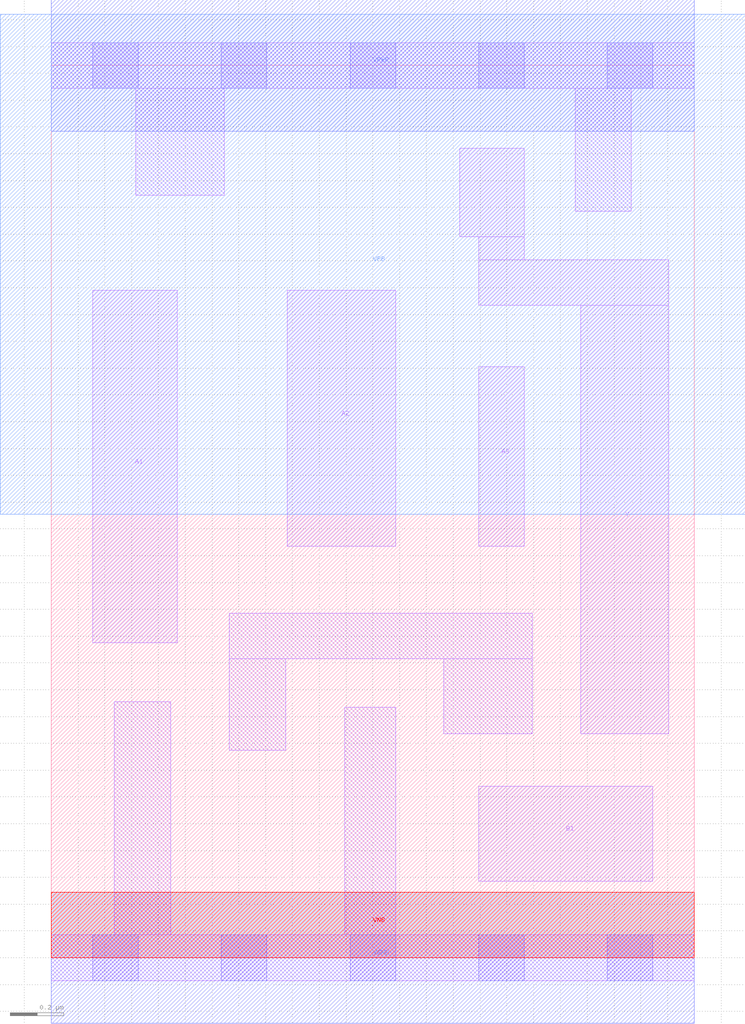
<source format=lef>
# Copyright 2020 The SkyWater PDK Authors
#
# Licensed under the Apache License, Version 2.0 (the "License");
# you may not use this file except in compliance with the License.
# You may obtain a copy of the License at
#
#     https://www.apache.org/licenses/LICENSE-2.0
#
# Unless required by applicable law or agreed to in writing, software
# distributed under the License is distributed on an "AS IS" BASIS,
# WITHOUT WARRANTIES OR CONDITIONS OF ANY KIND, either express or implied.
# See the License for the specific language governing permissions and
# limitations under the License.
#
# SPDX-License-Identifier: Apache-2.0

VERSION 5.7 ;
  NOWIREEXTENSIONATPIN ON ;
  DIVIDERCHAR "/" ;
  BUSBITCHARS "[]" ;
MACRO sky130_fd_sc_lp__o31ai_m
  CLASS CORE ;
  FOREIGN sky130_fd_sc_lp__o31ai_m ;
  ORIGIN  0.000000  0.000000 ;
  SIZE  2.400000 BY  3.330000 ;
  SYMMETRY X Y R90 ;
  SITE unit ;
  PIN A1
    ANTENNAGATEAREA  0.126000 ;
    DIRECTION INPUT ;
    USE SIGNAL ;
    PORT
      LAYER li1 ;
        RECT 0.155000 1.175000 0.470000 2.490000 ;
    END
  END A1
  PIN A2
    ANTENNAGATEAREA  0.126000 ;
    DIRECTION INPUT ;
    USE SIGNAL ;
    PORT
      LAYER li1 ;
        RECT 0.880000 1.535000 1.285000 2.490000 ;
    END
  END A2
  PIN A3
    ANTENNAGATEAREA  0.126000 ;
    DIRECTION INPUT ;
    USE SIGNAL ;
    PORT
      LAYER li1 ;
        RECT 1.595000 1.535000 1.765000 2.205000 ;
    END
  END A3
  PIN B1
    ANTENNAGATEAREA  0.126000 ;
    DIRECTION INPUT ;
    USE SIGNAL ;
    PORT
      LAYER li1 ;
        RECT 1.595000 0.285000 2.245000 0.640000 ;
    END
  END B1
  PIN Y
    ANTENNADIFFAREA  0.262500 ;
    DIRECTION OUTPUT ;
    USE SIGNAL ;
    PORT
      LAYER li1 ;
        RECT 1.525000 2.690000 1.765000 3.020000 ;
        RECT 1.595000 2.435000 2.305000 2.605000 ;
        RECT 1.595000 2.605000 1.765000 2.690000 ;
        RECT 1.975000 0.835000 2.305000 2.435000 ;
    END
  END Y
  PIN VGND
    DIRECTION INOUT ;
    USE GROUND ;
    PORT
      LAYER met1 ;
        RECT 0.000000 -0.245000 2.400000 0.245000 ;
    END
  END VGND
  PIN VNB
    DIRECTION INOUT ;
    USE GROUND ;
    PORT
      LAYER pwell ;
        RECT 0.000000 0.000000 2.400000 0.245000 ;
    END
  END VNB
  PIN VPB
    DIRECTION INOUT ;
    USE POWER ;
    PORT
      LAYER nwell ;
        RECT -0.190000 1.655000 2.590000 3.520000 ;
    END
  END VPB
  PIN VPWR
    DIRECTION INOUT ;
    USE POWER ;
    PORT
      LAYER met1 ;
        RECT 0.000000 3.085000 2.400000 3.575000 ;
    END
  END VPWR
  OBS
    LAYER li1 ;
      RECT 0.000000 -0.085000 2.400000 0.085000 ;
      RECT 0.000000  3.245000 2.400000 3.415000 ;
      RECT 0.235000  0.085000 0.445000 0.955000 ;
      RECT 0.315000  2.845000 0.645000 3.245000 ;
      RECT 0.665000  0.775000 0.875000 1.115000 ;
      RECT 0.665000  1.115000 1.795000 1.285000 ;
      RECT 1.095000  0.085000 1.285000 0.935000 ;
      RECT 1.465000  0.835000 1.795000 1.115000 ;
      RECT 1.955000  2.785000 2.165000 3.245000 ;
    LAYER mcon ;
      RECT 0.155000 -0.085000 0.325000 0.085000 ;
      RECT 0.155000  3.245000 0.325000 3.415000 ;
      RECT 0.635000 -0.085000 0.805000 0.085000 ;
      RECT 0.635000  3.245000 0.805000 3.415000 ;
      RECT 1.115000 -0.085000 1.285000 0.085000 ;
      RECT 1.115000  3.245000 1.285000 3.415000 ;
      RECT 1.595000 -0.085000 1.765000 0.085000 ;
      RECT 1.595000  3.245000 1.765000 3.415000 ;
      RECT 2.075000 -0.085000 2.245000 0.085000 ;
      RECT 2.075000  3.245000 2.245000 3.415000 ;
  END
END sky130_fd_sc_lp__o31ai_m
END LIBRARY

</source>
